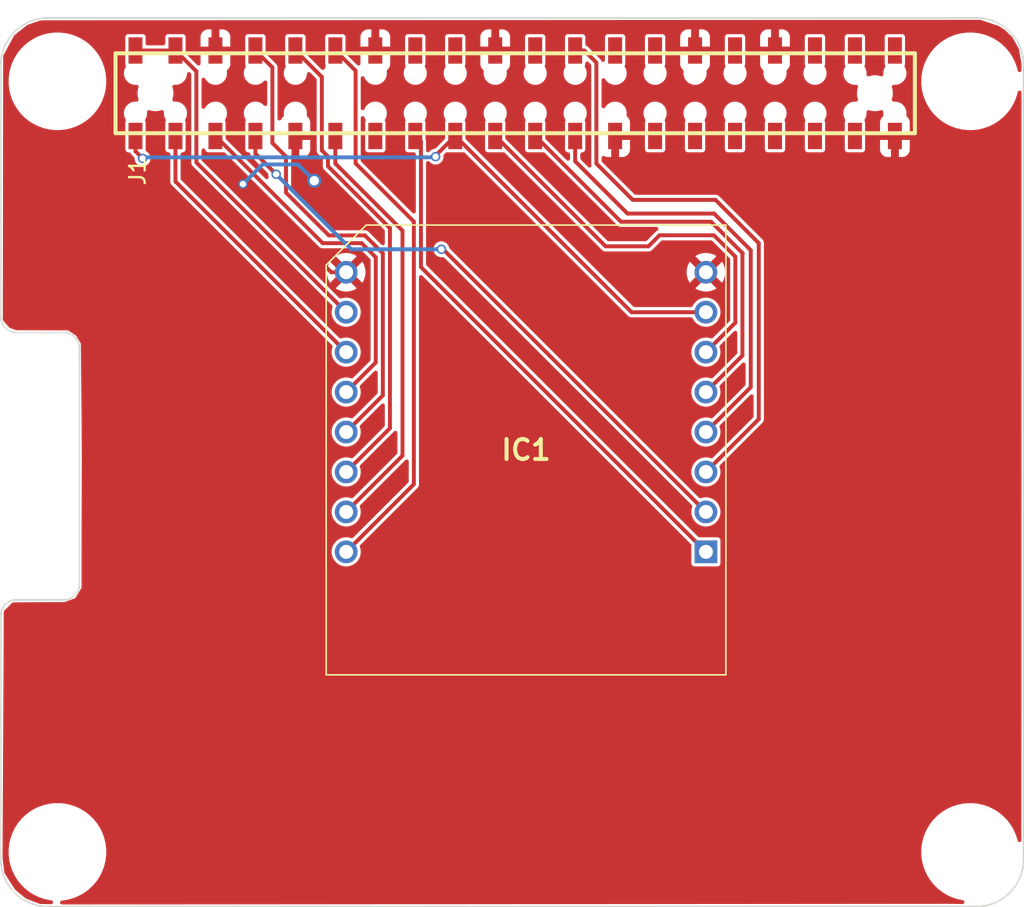
<source format=kicad_pcb>
(kicad_pcb (version 20240108) (generator "pcbnew") (generator_version "8.0")
  (layers (0 "F.Cu" signal) (31 "B.Cu" signal) (34 "B.Paste" user) (35 "F.Paste" user) (36 "B.SilkS" user "B.Silkscreen") (37 "F.SilkS" user "F.Silkscreen") (38 "B.Mask" user) (39 "F.Mask" user) (44 "Edge.Cuts" user))
  (net 0 "")
  (net 2 "Net-(IC1-PWM)")
  (net 4 "Net-(IC1-CS)")
  (net 5 "Net-(IC1-RX)")
  (net 6 "Net-(IC1-INT)")
  (net 7 "5V")
  (net 8 "Net-(IC1-AN)")
  (net 11 "GND")
  (net 12 "Net-(IC1-SCL)")
  (net 14 "Net-(IC1-SDA)")
  (net 15 "Net-(IC1-MISO)")
  (net 16 "Net-(IC1-MOSI)")
  (net 20 "Net-(IC1-SCK)")
  (net 22 "Net-(IC1-TX)")
  (net 24 "3V3")
  (net 25 "Net-(IC1-RST)")
  (footprint "RPi_Hat:RPi_Hat_Mounting_Hole" (layer "F.Cu") (at 176.77 74.56)
    (property "Reference" "" (hide yes))
    (property "Value" "" (hide yes))
    (pad "" np_thru_hole circle (at 0 0) (size 2.75 2.75) (drill 2.75) (layers "*.Cu" "*.Mask") (clearance 1.725))
  )
  (footprint "RPi_Hat:RPi_Hat_Mounting_Hole" (layer "F.Cu") (at 118.77 74.56)
    (property "Reference" "" (hide yes))
    (property "Value" "" (hide yes))
    (pad "" np_thru_hole circle (at 0 0) (size 2.75 2.75) (drill 2.75) (layers "*.Cu" "*.Mask") (clearance 1.725))
  )
  (footprint "RPi_Hat:RPi_Hat_Mounting_Hole" (layer "F.Cu") (at 118.77 123.56)
    (property "Reference" "" (hide yes))
    (property "Value" "" (hide yes))
    (pad "" np_thru_hole circle (at 0 0) (size 2.75 2.75) (drill 2.75) (layers "*.Cu" "*.Mask") (clearance 1.725))
  )
  (footprint "RPi_Hat:RPi_Hat_Mounting_Hole" (layer "F.Cu") (at 176.77 123.56)
    (property "Reference" "" (hide yes))
    (property "Value" "" (hide yes))
    (pad "" np_thru_hole circle (at 0 0) (size 2.75 2.75) (drill 2.75) (layers "*.Cu" "*.Mask") (clearance 1.725))
  )
  (footprint "RPi_Hat:Samtec_HLE-120-02-XXX-DV-BE-XX-XX" (layer "F.Cu") (at 147.86 75.3178 90)
    (property "Reference" "J1" (at -5 -24 90) (layer "F.SilkS"))
    (property "Value" "RPi_GPIO")
    (fp_line (start 2.54 -25.4) (end 2.54 25.4) (stroke (width 0.254)) (layer "F.SilkS"))
    (fp_line (start -2.54 -25.4) (end 2.54 -25.4) (stroke (width 0.254)) (layer "F.SilkS"))
    (fp_line (start 2.54 25.4) (end -2.54 25.4) (stroke (width 0.254)) (layer "F.SilkS"))
    (fp_line (start -2.54 25.4) (end -2.54 -25.4) (stroke (width 0.254)) (layer "F.SilkS"))
    (pad "" np_thru_hole circle (at -1.27 -24.13) (size 0.9652 0.9652) (drill 0.9652) (layers "*.Cu" "*.Mask" "F.SilkS"))
    (pad "" np_thru_hole circle (at -1.27 -21.59) (size 0.9652 0.9652) (drill 0.9652) (layers "*.Cu" "*.Mask" "F.SilkS"))
    (pad "" np_thru_hole circle (at -1.27 -19.05) (size 0.9652 0.9652) (drill 0.9652) (layers "*.Cu" "*.Mask" "F.SilkS"))
    (pad "" np_thru_hole circle (at -1.27 -16.51) (size 0.9652 0.9652) (drill 0.9652) (layers "*.Cu" "*.Mask" "F.SilkS"))
    (pad "" np_thru_hole circle (at -1.27 -13.97) (size 0.9652 0.9652) (drill 0.9652) (layers "*.Cu" "*.Mask" "F.SilkS"))
    (pad "" np_thru_hole circle (at -1.27 -11.43) (size 0.9652 0.9652) (drill 0.9652) (layers "*.Cu" "*.Mask" "F.SilkS"))
    (pad "" np_thru_hole circle (at -1.27 -8.89) (size 0.9652 0.9652) (drill 0.9652) (layers "*.Cu" "*.Mask" "F.SilkS"))
    (pad "" np_thru_hole circle (at -1.27 -6.35) (size 0.9652 0.9652) (drill 0.9652) (layers "*.Cu" "*.Mask" "F.SilkS"))
    (pad "" np_thru_hole circle (at -1.27 -3.81) (size 0.9652 0.9652) (drill 0.9652) (layers "*.Cu" "*.Mask" "F.SilkS"))
    (pad "" np_thru_hole circle (at -1.27 -1.27) (size 0.9652 0.9652) (drill 0.9652) (layers "*.Cu" "*.Mask" "F.SilkS"))
    (pad "" np_thru_hole circle (at -1.27 1.27) (size 0.9652 0.9652) (drill 0.9652) (layers "*.Cu" "*.Mask" "F.SilkS"))
    (pad "" np_thru_hole circle (at -1.27 3.81) (size 0.9652 0.9652) (drill 0.9652) (layers "*.Cu" "*.Mask" "F.SilkS"))
    (pad "" np_thru_hole circle (at -1.27 6.35) (size 0.9652 0.9652) (drill 0.9652) (layers "*.Cu" "*.Mask" "F.SilkS"))
    (pad "" np_thru_hole circle (at -1.27 8.89) (size 0.9652 0.9652) (drill 0.9652) (layers "*.Cu" "*.Mask" "F.SilkS"))
    (pad "" np_thru_hole circle (at -1.27 11.43) (size 0.9652 0.9652) (drill 0.9652) (layers "*.Cu" "*.Mask" "F.SilkS"))
    (pad "" np_thru_hole circle (at -1.27 13.97) (size 0.9652 0.9652) (drill 0.9652) (layers "*.Cu" "*.Mask" "F.SilkS"))
    (pad "" np_thru_hole circle (at -1.27 16.51) (size 0.9652 0.9652) (drill 0.9652) (layers "*.Cu" "*.Mask" "F.SilkS"))
    (pad "" np_thru_hole circle (at -1.27 19.05) (size 0.9652 0.9652) (drill 0.9652) (layers "*.Cu" "*.Mask" "F.SilkS"))
    (pad "" np_thru_hole circle (at -1.27 21.59) (size 0.9652 0.9652) (drill 0.9652) (layers "*.Cu" "*.Mask" "F.SilkS"))
    (pad "" np_thru_hole circle (at -1.27 24.13) (size 0.9652 0.9652) (drill 0.9652) (layers "*.Cu" "*.Mask" "F.SilkS"))
    (pad "" np_thru_hole circle (at 0 -22.86) (size 1.778 1.778) (drill 1.778) (layers "*.Cu" "*.Mask" "F.SilkS"))
    (pad "" np_thru_hole circle (at 0 22.86) (size 1.778 1.778) (drill 1.778) (layers "*.Cu" "*.Mask" "F.SilkS"))
    (pad "" np_thru_hole circle (at 1.27 -24.13) (size 0.9652 0.9652) (drill 0.9652) (layers "*.Cu" "*.Mask" "F.SilkS"))
    (pad "" np_thru_hole circle (at 1.27 -21.59) (size 0.9652 0.9652) (drill 0.9652) (layers "*.Cu" "*.Mask" "F.SilkS"))
    (pad "" np_thru_hole circle (at 1.27 -19.05) (size 0.9652 0.9652) (drill 0.9652) (layers "*.Cu" "*.Mask" "F.SilkS"))
    (pad "" np_thru_hole circle (at 1.27 -16.51) (size 0.9652 0.9652) (drill 0.9652) (layers "*.Cu" "*.Mask" "F.SilkS"))
    (pad "" np_thru_hole circle (at 1.27 -13.97) (size 0.9652 0.9652) (drill 0.9652) (layers "*.Cu" "*.Mask" "F.SilkS"))
    (pad "" np_thru_hole circle (at 1.27 -11.43) (size 0.9652 0.9652) (drill 0.9652) (layers "*.Cu" "*.Mask" "F.SilkS"))
    (pad "" np_thru_hole circle (at 1.27 -8.89) (size 0.9652 0.9652) (drill 0.9652) (layers "*.Cu" "*.Mask" "F.SilkS"))
    (pad "" np_thru_hole circle (at 1.27 -6.35) (size 0.9652 0.9652) (drill 0.9652) (layers "*.Cu" "*.Mask" "F.SilkS"))
    (pad "" np_thru_hole circle (at 1.27 -3.81) (size 0.9652 0.9652) (drill 0.9652) (layers "*.Cu" "*.Mask" "F.SilkS"))
    (pad "" np_thru_hole circle (at 1.27 -1.27) (size 0.9652 0.9652) (drill 0.9652) (layers "*.Cu" "*.Mask" "F.SilkS"))
    (pad "" np_thru_hole circle (at 1.27 1.27) (size 0.9652 0.9652) (drill 0.9652) (layers "*.Cu" "*.Mask" "F.SilkS"))
    (pad "" np_thru_hole circle (at 1.27 3.81) (size 0.9652 0.9652) (drill 0.9652) (layers "*.Cu" "*.Mask" "F.SilkS"))
    (pad "" np_thru_hole circle (at 1.27 6.35) (size 0.9652 0.9652) (drill 0.9652) (layers "*.Cu" "*.Mask" "F.SilkS"))
    (pad "" np_thru_hole circle (at 1.27 8.89) (size 0.9652 0.9652) (drill 0.9652) (layers "*.Cu" "*.Mask" "F.SilkS"))
    (pad "" np_thru_hole circle (at 1.27 11.43) (size 0.9652 0.9652) (drill 0.9652) (layers "*.Cu" "*.Mask" "F.SilkS"))
    (pad "" np_thru_hole circle (at 1.27 13.97) (size 0.9652 0.9652) (drill 0.9652) (layers "*.Cu" "*.Mask" "F.SilkS"))
    (pad "" np_thru_hole circle (at 1.27 16.51) (size 0.9652 0.9652) (drill 0.9652) (layers "*.Cu" "*.Mask" "F.SilkS"))
    (pad "" np_thru_hole circle (at 1.27 19.05) (size 0.9652 0.9652) (drill 0.9652) (layers "*.Cu" "*.Mask" "F.SilkS"))
    (pad "" np_thru_hole circle (at 1.27 21.59) (size 0.9652 0.9652) (drill 0.9652) (layers "*.Cu" "*.Mask" "F.SilkS"))
    (pad "" np_thru_hole circle (at 1.27 24.13) (size 0.9652 0.9652) (drill 0.9652) (layers "*.Cu" "*.Mask" "F.SilkS"))
    (pad "1" smd rect (at -2.7178 -24.13 180) (size 0.889 1.6764) (layers "F.Cu" "F.Paste" "F.Mask") (net 24 "3V3"))
    (pad "2" smd rect (at 2.7178 -24.13 180) (size 0.889 1.6764) (layers "F.Cu" "F.Paste" "F.Mask") (net 7 "5V"))
    (pad "3" smd rect (at -2.7178 -21.59 180) (size 0.889 1.6764) (layers "F.Cu" "F.Paste" "F.Mask") (net 14 "Net-(IC1-SDA)"))
    (pad "4" smd rect (at 2.7178 -21.59 180) (size 0.889 1.6764) (layers "F.Cu" "F.Paste" "F.Mask") (net 7 "5V"))
    (pad "5" smd rect (at -2.7178 -19.05 180) (size 0.889 1.6764) (layers "F.Cu" "F.Paste" "F.Mask") (net 12 "Net-(IC1-SCL)"))
    (pad "6" smd rect (at 2.7178 -19.05 180) (size 0.889 1.6764) (layers "F.Cu" "F.Paste" "F.Mask") (net 11 "GND"))
    (pad "7" smd rect (at -2.7178 -16.51 180) (size 0.889 1.6764) (layers "F.Cu" "F.Paste" "F.Mask") (net 25 "Net-(IC1-RST)"))
    (pad "8" smd rect (at 2.7178 -16.51 180) (size 0.889 1.6764) (layers "F.Cu" "F.Paste" "F.Mask") (net 22 "Net-(IC1-TX)"))
    (pad "9" smd rect (at -2.7178 -13.97 180) (size 0.889 1.6764) (layers "F.Cu" "F.Paste" "F.Mask") (net 11 "GND"))
    (pad "10" smd rect (at 2.7178 -13.97 180) (size 0.889 1.6764) (layers "F.Cu" "F.Paste" "F.Mask") (net 5 "Net-(IC1-RX)"))
    (pad "11" smd rect (at -2.7178 -11.43 180) (size 0.889 1.6764) (layers "F.Cu" "F.Paste" "F.Mask") (net 6 "Net-(IC1-INT)"))
    (pad "12" smd rect (at 2.7178 -11.43 180) (size 0.889 1.6764) (layers "F.Cu" "F.Paste" "F.Mask") (net 2 "Net-(IC1-PWM)"))
    (pad "13" smd rect (at -2.7178 -8.89 180) (size 0.889 1.6764) (layers "F.Cu" "F.Paste" "F.Mask"))
    (pad "14" smd rect (at 2.7178 -8.89 180) (size 0.889 1.6764) (layers "F.Cu" "F.Paste" "F.Mask") (net 11 "GND"))
    (pad "15" smd rect (at -2.7178 -6.35 180) (size 0.889 1.6764) (layers "F.Cu" "F.Paste" "F.Mask") (net 8 "Net-(IC1-AN)"))
    (pad "16" smd rect (at 2.7178 -6.35 180) (size 0.889 1.6764) (layers "F.Cu" "F.Paste" "F.Mask"))
    (pad "17" smd rect (at -2.7178 -3.81 180) (size 0.889 1.6764) (layers "F.Cu" "F.Paste" "F.Mask") (net 24 "3V3"))
    (pad "18" smd rect (at 2.7178 -3.81 180) (size 0.889 1.6764) (layers "F.Cu" "F.Paste" "F.Mask"))
    (pad "19" smd rect (at -2.7178 -1.27 180) (size 0.889 1.6764) (layers "F.Cu" "F.Paste" "F.Mask") (net 16 "Net-(IC1-MOSI)"))
    (pad "20" smd rect (at 2.7178 -1.27 180) (size 0.889 1.6764) (layers "F.Cu" "F.Paste" "F.Mask") (net 11 "GND"))
    (pad "21" smd rect (at -2.7178 1.27 180) (size 0.889 1.6764) (layers "F.Cu" "F.Paste" "F.Mask") (net 15 "Net-(IC1-MISO)"))
    (pad "22" smd rect (at 2.7178 1.27 180) (size 0.889 1.6764) (layers "F.Cu" "F.Paste" "F.Mask"))
    (pad "23" smd rect (at -2.7178 3.81 180) (size 0.889 1.6764) (layers "F.Cu" "F.Paste" "F.Mask") (net 20 "Net-(IC1-SCK)"))
    (pad "24" smd rect (at 2.7178 3.81 180) (size 0.889 1.6764) (layers "F.Cu" "F.Paste" "F.Mask") (net 4 "Net-(IC1-CS)"))
    (pad "25" smd rect (at -2.7178 6.35 180) (size 0.889 1.6764) (layers "F.Cu" "F.Paste" "F.Mask") (net 11 "GND"))
    (pad "26" smd rect (at 2.7178 6.35 180) (size 0.889 1.6764) (layers "F.Cu" "F.Paste" "F.Mask"))
    (pad "27" smd rect (at -2.7178 8.89 180) (size 0.889 1.6764) (layers "F.Cu" "F.Paste" "F.Mask"))
    (pad "28" smd rect (at 2.7178 8.89 180) (size 0.889 1.6764) (layers "F.Cu" "F.Paste" "F.Mask"))
    (pad "29" smd rect (at -2.7178 11.43 180) (size 0.889 1.6764) (layers "F.Cu" "F.Paste" "F.Mask"))
    (pad "30" smd rect (at 2.7178 11.43 180) (size 0.889 1.6764) (layers "F.Cu" "F.Paste" "F.Mask") (net 11 "GND"))
    (pad "31" smd rect (at -2.7178 13.97 180) (size 0.889 1.6764) (layers "F.Cu" "F.Paste" "F.Mask"))
    (pad "32" smd rect (at 2.7178 13.97 180) (size 0.889 1.6764) (layers "F.Cu" "F.Paste" "F.Mask"))
    (pad "33" smd rect (at -2.7178 16.51 180) (size 0.889 1.6764) (layers "F.Cu" "F.Paste" "F.Mask"))
    (pad "34" smd rect (at 2.7178 16.51 180) (size 0.889 1.6764) (layers "F.Cu" "F.Paste" "F.Mask") (net 11 "GND"))
    (pad "35" smd rect (at -2.7178 19.05 180) (size 0.889 1.6764) (layers "F.Cu" "F.Paste" "F.Mask"))
    (pad "36" smd rect (at 2.7178 19.05 180) (size 0.889 1.6764) (layers "F.Cu" "F.Paste" "F.Mask"))
    (pad "37" smd rect (at -2.7178 21.59 180) (size 0.889 1.6764) (layers "F.Cu" "F.Paste" "F.Mask"))
    (pad "38" smd rect (at 2.7178 21.59 180) (size 0.889 1.6764) (layers "F.Cu" "F.Paste" "F.Mask"))
    (pad "39" smd rect (at -2.7178 24.13 180) (size 0.889 1.6764) (layers "F.Cu" "F.Paste" "F.Mask") (net 11 "GND"))
    (pad "40" smd rect (at 2.7178 24.13 180) (size 0.889 1.6764) (layers "F.Cu" "F.Paste" "F.Mask"))
  )
  (footprint "MIKROE-924:MIKROE924" (layer "F.Cu") (at 159.98 104.48 180)
    (property "Reference" "IC1" (at 11.43 6.48 180) (layer "F.SilkS") (effects (font (size 1.27 1.27) (thickness 0.254))))
    (property "Value" "MIKROE-924" (hide yes))
    (fp_line (start 24.13 18.24) (end 24.13 -7.82) (stroke (width 0.1)) (layer "F.SilkS"))
    (fp_line (start 24.13 -7.82) (end -1.27 -7.82) (stroke (width 0.1)) (layer "F.SilkS"))
    (fp_line (start 21.59 20.78) (end 24.13 18.24) (stroke (width 0.1)) (layer "F.SilkS"))
    (fp_line (start -1.27 20.78) (end 21.59 20.78) (stroke (width 0.1)) (layer "F.SilkS"))
    (fp_line (start -1.27 -7.16) (end -1.27 20.78) (stroke (width 0.1)) (layer "F.SilkS"))
    (fp_line (start -1.27 -7.82) (end -1.27 -7.16) (stroke (width 0.1)) (layer "F.SilkS"))
    (pad "1" thru_hole rect (at 0 0 180) (size 1.445 1.445) (drill 0.889) (layers "*.Cu" "*.Mask") (net 8 "Net-(IC1-AN)"))
    (pad "2" thru_hole circle (at 0 2.54 180) (size 1.445 1.445) (drill 0.889) (layers "*.Cu" "*.Mask") (net 25 "Net-(IC1-RST)"))
    (pad "3" thru_hole circle (at 0 5.08 180) (size 1.445 1.445) (drill 0.889) (layers "*.Cu" "*.Mask") (net 4 "Net-(IC1-CS)"))
    (pad "4" thru_hole circle (at 0 7.62 180) (size 1.445 1.445) (drill 0.889) (layers "*.Cu" "*.Mask") (net 20 "Net-(IC1-SCK)"))
    (pad "5" thru_hole circle (at 0 10.16 180) (size 1.445 1.445) (drill 0.889) (layers "*.Cu" "*.Mask") (net 15 "Net-(IC1-MISO)"))
    (pad "6" thru_hole circle (at 0 12.7 180) (size 1.445 1.445) (drill 0.889) (layers "*.Cu" "*.Mask") (net 16 "Net-(IC1-MOSI)"))
    (pad "7" thru_hole circle (at 0 15.24 180) (size 1.445 1.445) (drill 0.889) (layers "*.Cu" "*.Mask") (net 24 "3V3"))
    (pad "8" thru_hole circle (at 0 17.78 180) (size 1.445 1.445) (drill 0.889) (layers "*.Cu" "*.Mask") (net 11 "GND"))
    (pad "9" thru_hole circle (at 22.86 0 180) (size 1.445 1.445) (drill 0.889) (layers "*.Cu" "*.Mask") (net 2 "Net-(IC1-PWM)"))
    (pad "10" thru_hole circle (at 22.86 2.54 180) (size 1.445 1.445) (drill 0.889) (layers "*.Cu" "*.Mask") (net 6 "Net-(IC1-INT)"))
    (pad "11" thru_hole circle (at 22.86 5.08 180) (size 1.445 1.445) (drill 0.889) (layers "*.Cu" "*.Mask") (net 5 "Net-(IC1-RX)"))
    (pad "12" thru_hole circle (at 22.86 7.62 180) (size 1.445 1.445) (drill 0.889) (layers "*.Cu" "*.Mask") (net 22 "Net-(IC1-TX)"))
    (pad "13" thru_hole circle (at 22.86 10.16 180) (size 1.445 1.445) (drill 0.889) (layers "*.Cu" "*.Mask") (net 12 "Net-(IC1-SCL)"))
    (pad "14" thru_hole circle (at 22.86 12.7 180) (size 1.445 1.445) (drill 0.889) (layers "*.Cu" "*.Mask") (net 14 "Net-(IC1-SDA)"))
    (pad "15" thru_hole circle (at 22.86 15.24 180) (size 1.445 1.445) (drill 0.889) (layers "*.Cu" "*.Mask") (net 7 "5V"))
    (pad "16" thru_hole circle (at 22.86 17.78 180) (size 1.445 1.445) (drill 0.889) (layers "*.Cu" "*.Mask") (net 11 "GND"))
  )
  (gr_arc (start 177.17 70.53) (mid 179.29132 71.40868) (end 180.17 73.53) (stroke (width 0.1)) (layer "Edge.Cuts"))
  (gr_arc (start 115.17 73.53) (mid 116.04868 71.40868) (end 118.17 70.53) (stroke (width 0.1)) (layer "Edge.Cuts"))
  (gr_arc (start 118.17 127.03) (mid 116.04868 126.15132) (end 115.17 124.03) (stroke (width 0.1)) (layer "Edge.Cuts"))
  (gr_arc (start 180.17 124.03) (mid 179.29132 126.15132) (end 177.17 127.03) (stroke (width 0.1)) (layer "Edge.Cuts"))
  (gr_arc (start 116.17 90.53) (mid 115.462893 90.237107) (end 115.17 89.53) (stroke (width 0.1)) (layer "Edge.Cuts"))
  (gr_arc (start 119.17 90.53) (mid 119.877107 90.822893) (end 120.17 91.53) (stroke (width 0.1)) (layer "Edge.Cuts"))
  (gr_arc (start 120.17 106.53) (mid 119.877107 107.237107) (end 119.17 107.53) (stroke (width 0.1)) (layer "Edge.Cuts"))
  (gr_arc (start 115.17 108.53) (mid 115.462893 107.822893) (end 116.17 107.53) (stroke (width 0.1)) (layer "Edge.Cuts"))
  (gr_line (start 180.17 73.53) (end 180.17 124.03) (stroke (width 0.1)) (layer "Edge.Cuts"))
  (gr_line (start 118.17 70.53) (end 177.17 70.53) (stroke (width 0.1)) (layer "Edge.Cuts"))
  (gr_line (start 120.17 91.53) (end 120.17 106.53) (stroke (width 0.1)) (layer "Edge.Cuts"))
  (gr_line (start 118.17 127.03) (end 177.17 127.03) (stroke (width 0.1)) (layer "Edge.Cuts"))
  (gr_line (start 115.17 73.53) (end 115.17 89.53) (stroke (width 0.1)) (layer "Edge.Cuts"))
  (gr_line (start 115.17 108.53) (end 115.17 124.03) (stroke (width 0.1)) (layer "Edge.Cuts"))
  (gr_line (start 116.17 107.53) (end 119.17 107.53) (stroke (width 0.1)) (layer "Edge.Cuts"))
  (gr_line (start 116.17 90.53) (end 119.17 90.53) (stroke (width 0.1)) (layer "Edge.Cuts"))
  (segment (start 137.72 73.89) (end 136.43 72.6) (width 0.25) (layer "F.Cu") (net 2))
  (segment (start 137.72 79.78) (end 137.72 73.89) (width 0.25) (layer "F.Cu") (net 2))
  (segment (start 141.42 100.18) (end 141.42 83.48) (width 0.25) (layer "F.Cu") (net 2))
  (segment (start 141.42 83.48) (end 137.72 79.78) (width 0.25) (layer "F.Cu") (net 2))
  (segment (start 137.12 104.48) (end 141.42 100.18) (width 0.25) (layer "F.Cu") (net 2))
  (segment (start 153.02 79.79) (end 153.02 73.37) (width 0.25) (layer "F.Cu") (net 4))
  (segment (start 160.59 82.1) (end 155.33 82.1) (width 0.25) (layer "F.Cu") (net 4))
  (segment (start 155.33 82.1) (end 153.02 79.79) (width 0.25) (layer "F.Cu") (net 4))
  (segment (start 163.34 84.85) (end 160.59 82.1) (width 0.25) (layer "F.Cu") (net 4))
  (segment (start 163.34 96.04) (end 163.34 84.85) (width 0.25) (layer "F.Cu") (net 4))
  (segment (start 153.02 73.37) (end 152.25 72.6) (width 0.25) (layer "F.Cu") (net 4))
  (segment (start 152.25 72.6) (end 151.67 72.6) (width 0.25) (layer "F.Cu") (net 4))
  (segment (start 159.98 99.4) (end 163.34 96.04) (width 0.25) (layer "F.Cu") (net 4))
  (segment (start 135.96 79.956396) (end 139.9 83.896396) (width 0.25) (layer "F.Cu") (net 5))
  (segment (start 139.9 96.62) (end 137.12 99.4) (width 0.25) (layer "F.Cu") (net 5))
  (segment (start 135.5724 74.2824) (end 135.5724 78.9524) (width 0.25) (layer "F.Cu") (net 5))
  (segment (start 135.5724 78.9524) (end 135.96 79.34) (width 0.25) (layer "F.Cu") (net 5))
  (segment (start 139.9 83.896396) (end 139.9 96.62) (width 0.25) (layer "F.Cu") (net 5))
  (segment (start 133.89 72.6) (end 135.5724 74.2824) (width 0.25) (layer "F.Cu") (net 5))
  (segment (start 135.96 79.34) (end 135.96 79.956396) (width 0.25) (layer "F.Cu") (net 5))
  (segment (start 140.7 84.06) (end 136.43 79.79) (width 0.25) (layer "F.Cu") (net 6))
  (segment (start 136.43 79.79) (end 136.43 78.0356) (width 0.25) (layer "F.Cu") (net 6))
  (segment (start 137.12 101.94) (end 140.7 98.36) (width 0.25) (layer "F.Cu") (net 6))
  (segment (start 140.7 98.36) (end 140.7 84.06) (width 0.25) (layer "F.Cu") (net 6))
  (segment (start 127.6 73.93) (end 126.27 72.6) (width 0.25) (layer "F.Cu") (net 7))
  (segment (start 137.12 89.24) (end 127.6 79.72) (width 0.25) (layer "F.Cu") (net 7))
  (segment (start 126.27 72.6) (end 123.73 72.6) (width 0.25) (layer "F.Cu") (net 7))
  (segment (start 127.6 79.72) (end 127.6 73.93) (width 0.25) (layer "F.Cu") (net 7))
  (segment (start 141.87 78.3956) (end 141.51 78.0356) (width 0.25) (layer "F.Cu") (net 8))
  (segment (start 141.87 86.37) (end 141.87 78.3956) (width 0.25) (layer "F.Cu") (net 8))
  (segment (start 159.98 104.48) (end 141.87 86.37) (width 0.25) (layer "F.Cu") (net 8))
  (segment (start 132.01 82.54) (end 132.01 82.6) (width 0.25) (layer "F.Cu") (net 11))
  (segment (start 130.56 81.09) (end 132.01 82.54) (width 0.25) (layer "F.Cu") (net 11))
  (segment (start 137.12 86.7) (end 136.17 86.7) (width 0.25) (layer "F.Cu") (net 11))
  (segment (start 133.89 79.68) (end 135.09 80.88) (width 0.25) (layer "F.Cu") (net 11))
  (segment (start 133.89 78.0356) (end 133.89 79.68) (width 0.25) (layer "F.Cu") (net 11))
  (segment (start 136.17 86.7) (end 132.01 82.54) (width 0.25) (layer "F.Cu") (net 11))
  (via (at 130.56 81.09) (size 0.6) (drill 0.4) (layers "F.Cu" "B.Cu") (net 11))
  (via (at 135.09 80.88) (size 0.9) (drill 0.6) (layers "F.Cu" "B.Cu") (net 11))
  (segment (start 135.09 80.88) (end 134.055 79.845) (width 0.25) (layer "B.Cu") (net 11))
  (segment (start 134.055 79.845) (end 131.805 79.845) (width 0.25) (layer "B.Cu") (net 11))
  (segment (start 131.805 79.845) (end 130.56 81.09) (width 0.25) (layer "B.Cu") (net 11))
  (segment (start 137.12 94.32) (end 139 92.44) (width 0.25) (layer "F.Cu") (net 12))
  (segment (start 139 92.44) (end 139 85.75) (width 0.25) (layer "F.Cu") (net 12))
  (segment (start 138.1 84.85) (end 135.6244 84.85) (width 0.25) (layer "F.Cu") (net 12))
  (segment (start 139 85.75) (end 138.1 84.85) (width 0.25) (layer "F.Cu") (net 12))
  (segment (start 135.6244 84.85) (end 128.81 78.0356) (width 0.25) (layer "F.Cu") (net 12))
  (segment (start 137.12 91.78) (end 126.27 80.93) (width 0.25) (layer "F.Cu") (net 14))
  (segment (start 126.27 80.93) (end 126.27 78.0356) (width 0.25) (layer "F.Cu") (net 14))
  (segment (start 159.98 94.32) (end 162.3 92) (width 0.25) (layer "F.Cu") (net 15))
  (segment (start 162.3 85.52) (end 162.32 85.5) (width 0.25) (layer "F.Cu") (net 15))
  (segment (start 162.32 85.5) (end 160.31 83.49) (width 0.25) (layer "F.Cu") (net 15))
  (segment (start 154.5844 83.49) (end 149.13 78.0356) (width 0.25) (layer "F.Cu") (net 15))
  (segment (start 162.3 92) (end 162.3 85.52) (width 0.25) (layer "F.Cu") (net 15))
  (segment (start 160.31 83.49) (end 154.5844 83.49) (width 0.25) (layer "F.Cu") (net 15))
  (segment (start 161.85 89.91) (end 161.85 85.71) (width 0.25) (layer "F.Cu") (net 16))
  (segment (start 160.49 84.35) (end 157.03 84.35) (width 0.25) (layer "F.Cu") (net 16))
  (segment (start 156.33 85.05) (end 153.6044 85.05) (width 0.25) (layer "F.Cu") (net 16))
  (segment (start 153.6044 85.05) (end 146.59 78.0356) (width 0.25) (layer "F.Cu") (net 16))
  (segment (start 159.98 91.78) (end 161.85 89.91) (width 0.25) (layer "F.Cu") (net 16))
  (segment (start 157.03 84.35) (end 156.33 85.05) (width 0.25) (layer "F.Cu") (net 16))
  (segment (start 161.85 85.71) (end 160.49 84.35) (width 0.25) (layer "F.Cu") (net 16))
  (segment (start 162.83 85.3) (end 160.5 82.97) (width 0.25) (layer "F.Cu") (net 20))
  (segment (start 160.5 82.97) (end 155 82.97) (width 0.25) (layer "F.Cu") (net 20))
  (segment (start 155 82.97) (end 151.67 79.64) (width 0.25) (layer "F.Cu") (net 20))
  (segment (start 151.67 79.64) (end 151.67 78.0356) (width 0.25) (layer "F.Cu") (net 20))
  (segment (start 159.98 96.86) (end 162.83 94.01) (width 0.25) (layer "F.Cu") (net 20))
  (segment (start 162.83 94.01) (end 162.83 85.3) (width 0.25) (layer "F.Cu") (net 20))
  (segment (start 131.35 72.6) (end 132.43 73.68) (width 0.25) (layer "F.Cu") (net 22))
  (segment (start 132.43 73.68) (end 132.43 78.48) (width 0.25) (layer "F.Cu") (net 22))
  (segment (start 138.31 84.36) (end 139.45 85.5) (width 0.25) (layer "F.Cu") (net 22))
  (segment (start 133.295 79.345) (end 133.295 81.635) (width 0.25) (layer "F.Cu") (net 22))
  (segment (start 139.45 85.5) (end 139.45 94.53) (width 0.25) (layer "F.Cu") (net 22))
  (segment (start 139.45 94.53) (end 137.12 96.86) (width 0.25) (layer "F.Cu") (net 22))
  (segment (start 133.295 81.635) (end 136.02 84.36) (width 0.25) (layer "F.Cu") (net 22))
  (segment (start 136.02 84.36) (end 138.31 84.36) (width 0.25) (layer "F.Cu") (net 22))
  (segment (start 132.43 78.48) (end 133.295 79.345) (width 0.25) (layer "F.Cu") (net 22))
  (segment (start 123.73 79.01) (end 124.18 79.46) (width 0.25) (layer "F.Cu") (net 24))
  (segment (start 159.98 89.24) (end 155.2544 89.24) (width 0.25) (layer "F.Cu") (net 24))
  (segment (start 155.2544 89.24) (end 144.05 78.0356) (width 0.25) (layer "F.Cu") (net 24))
  (segment (start 123.73 78.0356) (end 123.73 79.01) (width 0.25) (layer "F.Cu") (net 24))
  (segment (start 142.8 79.2856) (end 144.05 78.0356) (width 0.25) (layer "F.Cu") (net 24))
  (segment (start 142.8 79.35) (end 142.8 79.2856) (width 0.25) (layer "F.Cu") (net 24))
  (via (at 142.8 79.35) (size 0.6) (drill 0.4) (layers "F.Cu" "B.Cu") (net 24))
  (via (at 124.18 79.46) (size 0.6) (drill 0.4) (layers "F.Cu" "B.Cu") (net 24))
  (segment (start 124.18 79.46) (end 124.245 79.395) (width 0.25) (layer "B.Cu") (net 24))
  (segment (start 142.755 79.395) (end 142.8 79.35) (width 0.25) (layer "B.Cu") (net 24))
  (segment (start 124.245 79.395) (end 142.755 79.395) (width 0.25) (layer "B.Cu") (net 24))
  (segment (start 143.28 85.24) (end 143.17 85.24) (width 0.25) (layer "F.Cu") (net 25))
  (segment (start 131.35 79.15) (end 131.35 78.0356) (width 0.25) (layer "F.Cu") (net 25))
  (segment (start 159.98 101.94) (end 143.28 85.24) (width 0.25) (layer "F.Cu") (net 25))
  (segment (start 132.67 80.47) (end 131.35 79.15) (width 0.25) (layer "F.Cu") (net 25))
  (via (at 132.67 80.47) (size 0.6) (drill 0.4) (layers "F.Cu" "B.Cu") (net 25))
  (via (at 143.17 85.24) (size 0.6) (drill 0.4) (layers "F.Cu" "B.Cu") (net 25))
  (segment (start 137.44 85.24) (end 132.67 80.47) (width 0.25) (layer "B.Cu") (net 25))
  (segment (start 143.17 85.24) (end 137.44 85.24) (width 0.25) (layer "B.Cu") (net 25))
  (zone (net 11) (net_name "GND") (layer "F.Cu") (connect_pads (clearance 0.18)) (min_thickness 0.25) (fill yes (thermal_gap 0.5) (thermal_bridge_width 0.5))
    (polygon (pts (xy 117.93 70.68) (xy 177.42 70.65) (xy 178.59 71.04) (xy 179 71.31) (xy 179.46 71.76) (xy 179.87 72.5) (xy 180.04 73.45) (xy 180.03 124.14) (xy 179.72 125.31) (xy 178.87 126.35) (xy 177.56 126.9) (xy 175.54 126.86) (xy 119.22 126.9) (xy 117.66 126.87) (xy 116.75 126.52) (xy 116.08 125.96) (xy 115.4 124.9) (xy 115.28 123.94) (xy 115.36 108.24) (xy 115.92 107.69) (xy 119.21 107.67) (xy 119.91 107.42) (xy 120.3 106.76) (xy 120.3 104.19) (xy 120.32 98.32) (xy 120.26 91.24) (xy 119.95 90.73) (xy 119.44 90.4) (xy 116.15 90.39) (xy 115.72 90.23) (xy 115.3 89.75) (xy 115.3 88.37) (xy 115.32 72.94) (xy 116.02 71.64) (xy 116.86 70.97) (xy 117.68 70.69)))
  )
)
</source>
